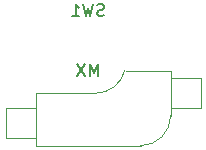
<source format=gbr>
%TF.GenerationSoftware,KiCad,Pcbnew,(5.1.6-0-10_14)*%
%TF.CreationDate,2021-03-26T09:45:15+01:00*%
%TF.ProjectId,KBPY,4b425059-2e6b-4696-9361-645f70636258,rev?*%
%TF.SameCoordinates,Original*%
%TF.FileFunction,Other,Fab,Bot*%
%FSLAX46Y46*%
G04 Gerber Fmt 4.6, Leading zero omitted, Abs format (unit mm)*
G04 Created by KiCad (PCBNEW (5.1.6-0-10_14)) date 2021-03-26 09:45:15*
%MOMM*%
%LPD*%
G01*
G04 APERTURE LIST*
%ADD10C,0.120000*%
%ADD11C,0.150000*%
G04 APERTURE END LIST*
D10*
%TO.C,SW1*%
X131230000Y-98255000D02*
X131230000Y-94445000D01*
X131230000Y-94445000D02*
X127420000Y-94445000D01*
X124880000Y-96350000D02*
X119800000Y-96350000D01*
X119800000Y-96350000D02*
X119800000Y-100795000D01*
X119800000Y-100795000D02*
X128690000Y-100795000D01*
X131230000Y-97620000D02*
X133770000Y-97620000D01*
X133770000Y-97620000D02*
X133770000Y-95080000D01*
X133770000Y-95080000D02*
X131230000Y-95080000D01*
X119800000Y-97620000D02*
X117260000Y-97620000D01*
X117260000Y-97620000D02*
X117260000Y-100160000D01*
X117260000Y-100160000D02*
X119800000Y-100160000D01*
X127344162Y-94426040D02*
G75*
G02*
X124880000Y-96350000I-2464162J616040D01*
G01*
X131230000Y-98255000D02*
G75*
G02*
X128690000Y-100795000I-2540000J0D01*
G01*
%TD*%
%TO.C,SW1*%
D11*
X125054523Y-94897380D02*
X125054523Y-93897380D01*
X124721190Y-94611666D01*
X124387857Y-93897380D01*
X124387857Y-94897380D01*
X124006904Y-93897380D02*
X123340238Y-94897380D01*
X123340238Y-93897380D02*
X124006904Y-94897380D01*
X125578333Y-89769761D02*
X125435476Y-89817380D01*
X125197380Y-89817380D01*
X125102142Y-89769761D01*
X125054523Y-89722142D01*
X125006904Y-89626904D01*
X125006904Y-89531666D01*
X125054523Y-89436428D01*
X125102142Y-89388809D01*
X125197380Y-89341190D01*
X125387857Y-89293571D01*
X125483095Y-89245952D01*
X125530714Y-89198333D01*
X125578333Y-89103095D01*
X125578333Y-89007857D01*
X125530714Y-88912619D01*
X125483095Y-88865000D01*
X125387857Y-88817380D01*
X125149761Y-88817380D01*
X125006904Y-88865000D01*
X124673571Y-88817380D02*
X124435476Y-89817380D01*
X124245000Y-89103095D01*
X124054523Y-89817380D01*
X123816428Y-88817380D01*
X122911666Y-89817380D02*
X123483095Y-89817380D01*
X123197380Y-89817380D02*
X123197380Y-88817380D01*
X123292619Y-88960238D01*
X123387857Y-89055476D01*
X123483095Y-89103095D01*
%TD*%
M02*

</source>
